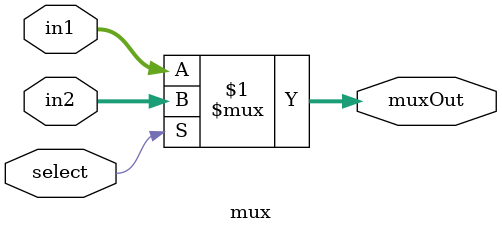
<source format=v>
`timescale 1ns / 1ps

module mux(
    input wire [31:0] in1, in2,
    output wire [31:0] muxOut,
    input wire select
    );
    assign muxOut = select ? in2 : in1;
endmodule

</source>
